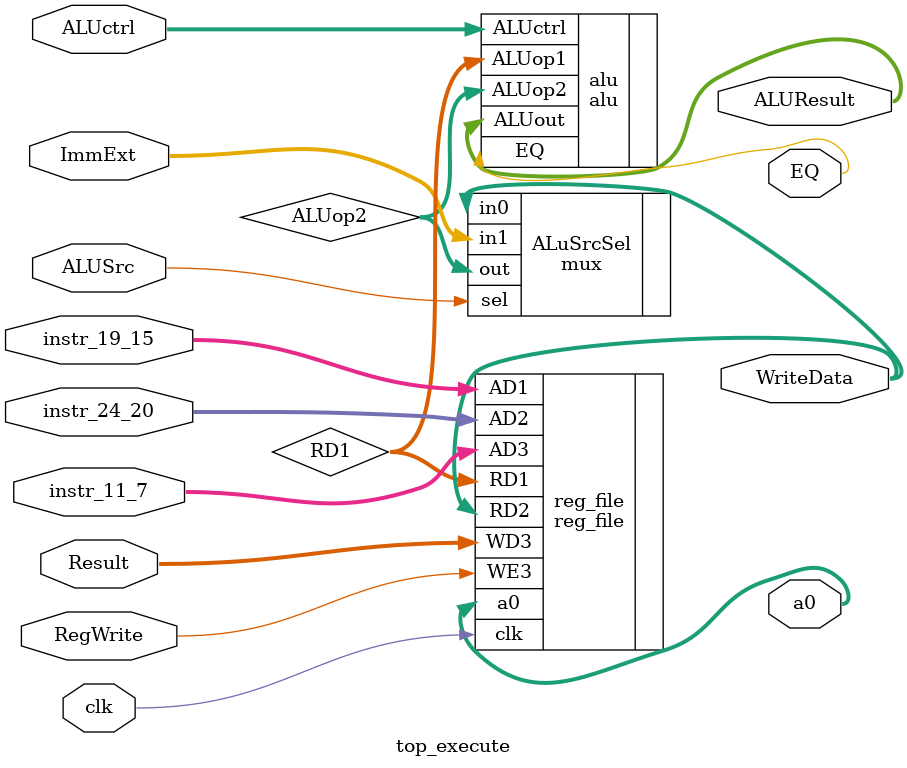
<source format=sv>
module top_execute #(
    parameter   DATA_WIDTH = 32
)(
    input  logic                   clk,
    //input  logic                   rst, //for testing
    input  logic [19:15]           instr_19_15,
    input  logic [24:20]           instr_24_20,
    input  logic [11:7]            instr_11_7,
    input  logic [2:0]             ALUctrl,
    input  logic                   ALUSrc,
    input  logic                   RegWrite,
    input  logic [DATA_WIDTH-1:0]  Result,
    input  logic [DATA_WIDTH-1:0]  ImmExt,
    output logic [DATA_WIDTH-1:0]  a0,
    output logic [DATA_WIDTH-1:0]  ALUResult,
    output logic                   EQ,
    output logic [DATA_WIDTH-1:0]  WriteData

);

logic [DATA_WIDTH-1:0]  RD1;
logic [DATA_WIDTH-1:0]  ALUop2;
//logic rst_unused = rst; //for testing 

reg_file reg_file (
    .clk        (clk),
    .AD1        (instr_19_15),
    .AD2        (instr_24_20),
    .AD3        (instr_11_7),
    .WD3        (Result),   
    .WE3        (RegWrite),
    .RD1        (RD1),
    .RD2        (WriteData),
    .a0         (a0)
);

mux ALuSrcSel (
    .in0        (WriteData),
    .in1        (ImmExt),
    .sel        (ALUSrc),
    .out        (ALUop2)
);

alu alu(
    .ALUop1     (RD1),
    .ALUop2     (ALUop2),
    .ALUctrl    (ALUctrl),
    .ALUout     (ALUResult),
    .EQ         (EQ)
);

endmodule

</source>
